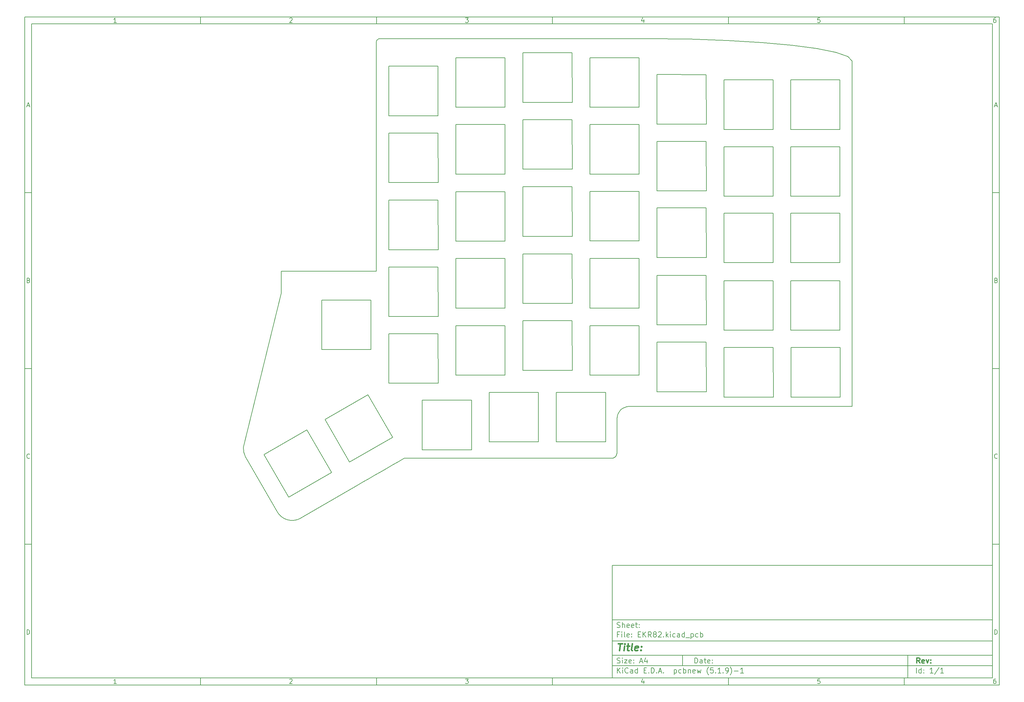
<source format=gbr>
G04 #@! TF.GenerationSoftware,KiCad,Pcbnew,(5.1.9)-1*
G04 #@! TF.CreationDate,2021-06-16T12:15:53+02:00*
G04 #@! TF.ProjectId,EKR82,454b5238-322e-46b6-9963-61645f706362,rev?*
G04 #@! TF.SameCoordinates,Original*
G04 #@! TF.FileFunction,Other,Fab,Bot*
%FSLAX46Y46*%
G04 Gerber Fmt 4.6, Leading zero omitted, Abs format (unit mm)*
G04 Created by KiCad (PCBNEW (5.1.9)-1) date 2021-06-16 12:15:53*
%MOMM*%
%LPD*%
G01*
G04 APERTURE LIST*
%ADD10C,0.100000*%
%ADD11C,0.150000*%
%ADD12C,0.300000*%
%ADD13C,0.400000*%
G04 #@! TA.AperFunction,Profile*
%ADD14C,0.150000*%
G04 #@! TD*
G04 #@! TA.AperFunction,Profile*
%ADD15C,0.200000*%
G04 #@! TD*
G04 APERTURE END LIST*
D10*
D11*
X177002200Y-166007200D02*
X177002200Y-198007200D01*
X285002200Y-198007200D01*
X285002200Y-166007200D01*
X177002200Y-166007200D01*
D10*
D11*
X10000000Y-10000000D02*
X10000000Y-200007200D01*
X287002200Y-200007200D01*
X287002200Y-10000000D01*
X10000000Y-10000000D01*
D10*
D11*
X12000000Y-12000000D02*
X12000000Y-198007200D01*
X285002200Y-198007200D01*
X285002200Y-12000000D01*
X12000000Y-12000000D01*
D10*
D11*
X60000000Y-12000000D02*
X60000000Y-10000000D01*
D10*
D11*
X110000000Y-12000000D02*
X110000000Y-10000000D01*
D10*
D11*
X160000000Y-12000000D02*
X160000000Y-10000000D01*
D10*
D11*
X210000000Y-12000000D02*
X210000000Y-10000000D01*
D10*
D11*
X260000000Y-12000000D02*
X260000000Y-10000000D01*
D10*
D11*
X36065476Y-11588095D02*
X35322619Y-11588095D01*
X35694047Y-11588095D02*
X35694047Y-10288095D01*
X35570238Y-10473809D01*
X35446428Y-10597619D01*
X35322619Y-10659523D01*
D10*
D11*
X85322619Y-10411904D02*
X85384523Y-10350000D01*
X85508333Y-10288095D01*
X85817857Y-10288095D01*
X85941666Y-10350000D01*
X86003571Y-10411904D01*
X86065476Y-10535714D01*
X86065476Y-10659523D01*
X86003571Y-10845238D01*
X85260714Y-11588095D01*
X86065476Y-11588095D01*
D10*
D11*
X135260714Y-10288095D02*
X136065476Y-10288095D01*
X135632142Y-10783333D01*
X135817857Y-10783333D01*
X135941666Y-10845238D01*
X136003571Y-10907142D01*
X136065476Y-11030952D01*
X136065476Y-11340476D01*
X136003571Y-11464285D01*
X135941666Y-11526190D01*
X135817857Y-11588095D01*
X135446428Y-11588095D01*
X135322619Y-11526190D01*
X135260714Y-11464285D01*
D10*
D11*
X185941666Y-10721428D02*
X185941666Y-11588095D01*
X185632142Y-10226190D02*
X185322619Y-11154761D01*
X186127380Y-11154761D01*
D10*
D11*
X236003571Y-10288095D02*
X235384523Y-10288095D01*
X235322619Y-10907142D01*
X235384523Y-10845238D01*
X235508333Y-10783333D01*
X235817857Y-10783333D01*
X235941666Y-10845238D01*
X236003571Y-10907142D01*
X236065476Y-11030952D01*
X236065476Y-11340476D01*
X236003571Y-11464285D01*
X235941666Y-11526190D01*
X235817857Y-11588095D01*
X235508333Y-11588095D01*
X235384523Y-11526190D01*
X235322619Y-11464285D01*
D10*
D11*
X285941666Y-10288095D02*
X285694047Y-10288095D01*
X285570238Y-10350000D01*
X285508333Y-10411904D01*
X285384523Y-10597619D01*
X285322619Y-10845238D01*
X285322619Y-11340476D01*
X285384523Y-11464285D01*
X285446428Y-11526190D01*
X285570238Y-11588095D01*
X285817857Y-11588095D01*
X285941666Y-11526190D01*
X286003571Y-11464285D01*
X286065476Y-11340476D01*
X286065476Y-11030952D01*
X286003571Y-10907142D01*
X285941666Y-10845238D01*
X285817857Y-10783333D01*
X285570238Y-10783333D01*
X285446428Y-10845238D01*
X285384523Y-10907142D01*
X285322619Y-11030952D01*
D10*
D11*
X60000000Y-198007200D02*
X60000000Y-200007200D01*
D10*
D11*
X110000000Y-198007200D02*
X110000000Y-200007200D01*
D10*
D11*
X160000000Y-198007200D02*
X160000000Y-200007200D01*
D10*
D11*
X210000000Y-198007200D02*
X210000000Y-200007200D01*
D10*
D11*
X260000000Y-198007200D02*
X260000000Y-200007200D01*
D10*
D11*
X36065476Y-199595295D02*
X35322619Y-199595295D01*
X35694047Y-199595295D02*
X35694047Y-198295295D01*
X35570238Y-198481009D01*
X35446428Y-198604819D01*
X35322619Y-198666723D01*
D10*
D11*
X85322619Y-198419104D02*
X85384523Y-198357200D01*
X85508333Y-198295295D01*
X85817857Y-198295295D01*
X85941666Y-198357200D01*
X86003571Y-198419104D01*
X86065476Y-198542914D01*
X86065476Y-198666723D01*
X86003571Y-198852438D01*
X85260714Y-199595295D01*
X86065476Y-199595295D01*
D10*
D11*
X135260714Y-198295295D02*
X136065476Y-198295295D01*
X135632142Y-198790533D01*
X135817857Y-198790533D01*
X135941666Y-198852438D01*
X136003571Y-198914342D01*
X136065476Y-199038152D01*
X136065476Y-199347676D01*
X136003571Y-199471485D01*
X135941666Y-199533390D01*
X135817857Y-199595295D01*
X135446428Y-199595295D01*
X135322619Y-199533390D01*
X135260714Y-199471485D01*
D10*
D11*
X185941666Y-198728628D02*
X185941666Y-199595295D01*
X185632142Y-198233390D02*
X185322619Y-199161961D01*
X186127380Y-199161961D01*
D10*
D11*
X236003571Y-198295295D02*
X235384523Y-198295295D01*
X235322619Y-198914342D01*
X235384523Y-198852438D01*
X235508333Y-198790533D01*
X235817857Y-198790533D01*
X235941666Y-198852438D01*
X236003571Y-198914342D01*
X236065476Y-199038152D01*
X236065476Y-199347676D01*
X236003571Y-199471485D01*
X235941666Y-199533390D01*
X235817857Y-199595295D01*
X235508333Y-199595295D01*
X235384523Y-199533390D01*
X235322619Y-199471485D01*
D10*
D11*
X285941666Y-198295295D02*
X285694047Y-198295295D01*
X285570238Y-198357200D01*
X285508333Y-198419104D01*
X285384523Y-198604819D01*
X285322619Y-198852438D01*
X285322619Y-199347676D01*
X285384523Y-199471485D01*
X285446428Y-199533390D01*
X285570238Y-199595295D01*
X285817857Y-199595295D01*
X285941666Y-199533390D01*
X286003571Y-199471485D01*
X286065476Y-199347676D01*
X286065476Y-199038152D01*
X286003571Y-198914342D01*
X285941666Y-198852438D01*
X285817857Y-198790533D01*
X285570238Y-198790533D01*
X285446428Y-198852438D01*
X285384523Y-198914342D01*
X285322619Y-199038152D01*
D10*
D11*
X10000000Y-60000000D02*
X12000000Y-60000000D01*
D10*
D11*
X10000000Y-110000000D02*
X12000000Y-110000000D01*
D10*
D11*
X10000000Y-160000000D02*
X12000000Y-160000000D01*
D10*
D11*
X10690476Y-35216666D02*
X11309523Y-35216666D01*
X10566666Y-35588095D02*
X11000000Y-34288095D01*
X11433333Y-35588095D01*
D10*
D11*
X11092857Y-84907142D02*
X11278571Y-84969047D01*
X11340476Y-85030952D01*
X11402380Y-85154761D01*
X11402380Y-85340476D01*
X11340476Y-85464285D01*
X11278571Y-85526190D01*
X11154761Y-85588095D01*
X10659523Y-85588095D01*
X10659523Y-84288095D01*
X11092857Y-84288095D01*
X11216666Y-84350000D01*
X11278571Y-84411904D01*
X11340476Y-84535714D01*
X11340476Y-84659523D01*
X11278571Y-84783333D01*
X11216666Y-84845238D01*
X11092857Y-84907142D01*
X10659523Y-84907142D01*
D10*
D11*
X11402380Y-135464285D02*
X11340476Y-135526190D01*
X11154761Y-135588095D01*
X11030952Y-135588095D01*
X10845238Y-135526190D01*
X10721428Y-135402380D01*
X10659523Y-135278571D01*
X10597619Y-135030952D01*
X10597619Y-134845238D01*
X10659523Y-134597619D01*
X10721428Y-134473809D01*
X10845238Y-134350000D01*
X11030952Y-134288095D01*
X11154761Y-134288095D01*
X11340476Y-134350000D01*
X11402380Y-134411904D01*
D10*
D11*
X10659523Y-185588095D02*
X10659523Y-184288095D01*
X10969047Y-184288095D01*
X11154761Y-184350000D01*
X11278571Y-184473809D01*
X11340476Y-184597619D01*
X11402380Y-184845238D01*
X11402380Y-185030952D01*
X11340476Y-185278571D01*
X11278571Y-185402380D01*
X11154761Y-185526190D01*
X10969047Y-185588095D01*
X10659523Y-185588095D01*
D10*
D11*
X287002200Y-60000000D02*
X285002200Y-60000000D01*
D10*
D11*
X287002200Y-110000000D02*
X285002200Y-110000000D01*
D10*
D11*
X287002200Y-160000000D02*
X285002200Y-160000000D01*
D10*
D11*
X285692676Y-35216666D02*
X286311723Y-35216666D01*
X285568866Y-35588095D02*
X286002200Y-34288095D01*
X286435533Y-35588095D01*
D10*
D11*
X286095057Y-84907142D02*
X286280771Y-84969047D01*
X286342676Y-85030952D01*
X286404580Y-85154761D01*
X286404580Y-85340476D01*
X286342676Y-85464285D01*
X286280771Y-85526190D01*
X286156961Y-85588095D01*
X285661723Y-85588095D01*
X285661723Y-84288095D01*
X286095057Y-84288095D01*
X286218866Y-84350000D01*
X286280771Y-84411904D01*
X286342676Y-84535714D01*
X286342676Y-84659523D01*
X286280771Y-84783333D01*
X286218866Y-84845238D01*
X286095057Y-84907142D01*
X285661723Y-84907142D01*
D10*
D11*
X286404580Y-135464285D02*
X286342676Y-135526190D01*
X286156961Y-135588095D01*
X286033152Y-135588095D01*
X285847438Y-135526190D01*
X285723628Y-135402380D01*
X285661723Y-135278571D01*
X285599819Y-135030952D01*
X285599819Y-134845238D01*
X285661723Y-134597619D01*
X285723628Y-134473809D01*
X285847438Y-134350000D01*
X286033152Y-134288095D01*
X286156961Y-134288095D01*
X286342676Y-134350000D01*
X286404580Y-134411904D01*
D10*
D11*
X285661723Y-185588095D02*
X285661723Y-184288095D01*
X285971247Y-184288095D01*
X286156961Y-184350000D01*
X286280771Y-184473809D01*
X286342676Y-184597619D01*
X286404580Y-184845238D01*
X286404580Y-185030952D01*
X286342676Y-185278571D01*
X286280771Y-185402380D01*
X286156961Y-185526190D01*
X285971247Y-185588095D01*
X285661723Y-185588095D01*
D10*
D11*
X200434342Y-193785771D02*
X200434342Y-192285771D01*
X200791485Y-192285771D01*
X201005771Y-192357200D01*
X201148628Y-192500057D01*
X201220057Y-192642914D01*
X201291485Y-192928628D01*
X201291485Y-193142914D01*
X201220057Y-193428628D01*
X201148628Y-193571485D01*
X201005771Y-193714342D01*
X200791485Y-193785771D01*
X200434342Y-193785771D01*
X202577200Y-193785771D02*
X202577200Y-193000057D01*
X202505771Y-192857200D01*
X202362914Y-192785771D01*
X202077200Y-192785771D01*
X201934342Y-192857200D01*
X202577200Y-193714342D02*
X202434342Y-193785771D01*
X202077200Y-193785771D01*
X201934342Y-193714342D01*
X201862914Y-193571485D01*
X201862914Y-193428628D01*
X201934342Y-193285771D01*
X202077200Y-193214342D01*
X202434342Y-193214342D01*
X202577200Y-193142914D01*
X203077200Y-192785771D02*
X203648628Y-192785771D01*
X203291485Y-192285771D02*
X203291485Y-193571485D01*
X203362914Y-193714342D01*
X203505771Y-193785771D01*
X203648628Y-193785771D01*
X204720057Y-193714342D02*
X204577200Y-193785771D01*
X204291485Y-193785771D01*
X204148628Y-193714342D01*
X204077200Y-193571485D01*
X204077200Y-193000057D01*
X204148628Y-192857200D01*
X204291485Y-192785771D01*
X204577200Y-192785771D01*
X204720057Y-192857200D01*
X204791485Y-193000057D01*
X204791485Y-193142914D01*
X204077200Y-193285771D01*
X205434342Y-193642914D02*
X205505771Y-193714342D01*
X205434342Y-193785771D01*
X205362914Y-193714342D01*
X205434342Y-193642914D01*
X205434342Y-193785771D01*
X205434342Y-192857200D02*
X205505771Y-192928628D01*
X205434342Y-193000057D01*
X205362914Y-192928628D01*
X205434342Y-192857200D01*
X205434342Y-193000057D01*
D10*
D11*
X177002200Y-194507200D02*
X285002200Y-194507200D01*
D10*
D11*
X178434342Y-196585771D02*
X178434342Y-195085771D01*
X179291485Y-196585771D02*
X178648628Y-195728628D01*
X179291485Y-195085771D02*
X178434342Y-195942914D01*
X179934342Y-196585771D02*
X179934342Y-195585771D01*
X179934342Y-195085771D02*
X179862914Y-195157200D01*
X179934342Y-195228628D01*
X180005771Y-195157200D01*
X179934342Y-195085771D01*
X179934342Y-195228628D01*
X181505771Y-196442914D02*
X181434342Y-196514342D01*
X181220057Y-196585771D01*
X181077200Y-196585771D01*
X180862914Y-196514342D01*
X180720057Y-196371485D01*
X180648628Y-196228628D01*
X180577200Y-195942914D01*
X180577200Y-195728628D01*
X180648628Y-195442914D01*
X180720057Y-195300057D01*
X180862914Y-195157200D01*
X181077200Y-195085771D01*
X181220057Y-195085771D01*
X181434342Y-195157200D01*
X181505771Y-195228628D01*
X182791485Y-196585771D02*
X182791485Y-195800057D01*
X182720057Y-195657200D01*
X182577200Y-195585771D01*
X182291485Y-195585771D01*
X182148628Y-195657200D01*
X182791485Y-196514342D02*
X182648628Y-196585771D01*
X182291485Y-196585771D01*
X182148628Y-196514342D01*
X182077200Y-196371485D01*
X182077200Y-196228628D01*
X182148628Y-196085771D01*
X182291485Y-196014342D01*
X182648628Y-196014342D01*
X182791485Y-195942914D01*
X184148628Y-196585771D02*
X184148628Y-195085771D01*
X184148628Y-196514342D02*
X184005771Y-196585771D01*
X183720057Y-196585771D01*
X183577200Y-196514342D01*
X183505771Y-196442914D01*
X183434342Y-196300057D01*
X183434342Y-195871485D01*
X183505771Y-195728628D01*
X183577200Y-195657200D01*
X183720057Y-195585771D01*
X184005771Y-195585771D01*
X184148628Y-195657200D01*
X186005771Y-195800057D02*
X186505771Y-195800057D01*
X186720057Y-196585771D02*
X186005771Y-196585771D01*
X186005771Y-195085771D01*
X186720057Y-195085771D01*
X187362914Y-196442914D02*
X187434342Y-196514342D01*
X187362914Y-196585771D01*
X187291485Y-196514342D01*
X187362914Y-196442914D01*
X187362914Y-196585771D01*
X188077200Y-196585771D02*
X188077200Y-195085771D01*
X188434342Y-195085771D01*
X188648628Y-195157200D01*
X188791485Y-195300057D01*
X188862914Y-195442914D01*
X188934342Y-195728628D01*
X188934342Y-195942914D01*
X188862914Y-196228628D01*
X188791485Y-196371485D01*
X188648628Y-196514342D01*
X188434342Y-196585771D01*
X188077200Y-196585771D01*
X189577200Y-196442914D02*
X189648628Y-196514342D01*
X189577200Y-196585771D01*
X189505771Y-196514342D01*
X189577200Y-196442914D01*
X189577200Y-196585771D01*
X190220057Y-196157200D02*
X190934342Y-196157200D01*
X190077200Y-196585771D02*
X190577200Y-195085771D01*
X191077200Y-196585771D01*
X191577200Y-196442914D02*
X191648628Y-196514342D01*
X191577200Y-196585771D01*
X191505771Y-196514342D01*
X191577200Y-196442914D01*
X191577200Y-196585771D01*
X194577200Y-195585771D02*
X194577200Y-197085771D01*
X194577200Y-195657200D02*
X194720057Y-195585771D01*
X195005771Y-195585771D01*
X195148628Y-195657200D01*
X195220057Y-195728628D01*
X195291485Y-195871485D01*
X195291485Y-196300057D01*
X195220057Y-196442914D01*
X195148628Y-196514342D01*
X195005771Y-196585771D01*
X194720057Y-196585771D01*
X194577200Y-196514342D01*
X196577200Y-196514342D02*
X196434342Y-196585771D01*
X196148628Y-196585771D01*
X196005771Y-196514342D01*
X195934342Y-196442914D01*
X195862914Y-196300057D01*
X195862914Y-195871485D01*
X195934342Y-195728628D01*
X196005771Y-195657200D01*
X196148628Y-195585771D01*
X196434342Y-195585771D01*
X196577200Y-195657200D01*
X197220057Y-196585771D02*
X197220057Y-195085771D01*
X197220057Y-195657200D02*
X197362914Y-195585771D01*
X197648628Y-195585771D01*
X197791485Y-195657200D01*
X197862914Y-195728628D01*
X197934342Y-195871485D01*
X197934342Y-196300057D01*
X197862914Y-196442914D01*
X197791485Y-196514342D01*
X197648628Y-196585771D01*
X197362914Y-196585771D01*
X197220057Y-196514342D01*
X198577200Y-195585771D02*
X198577200Y-196585771D01*
X198577200Y-195728628D02*
X198648628Y-195657200D01*
X198791485Y-195585771D01*
X199005771Y-195585771D01*
X199148628Y-195657200D01*
X199220057Y-195800057D01*
X199220057Y-196585771D01*
X200505771Y-196514342D02*
X200362914Y-196585771D01*
X200077200Y-196585771D01*
X199934342Y-196514342D01*
X199862914Y-196371485D01*
X199862914Y-195800057D01*
X199934342Y-195657200D01*
X200077200Y-195585771D01*
X200362914Y-195585771D01*
X200505771Y-195657200D01*
X200577200Y-195800057D01*
X200577200Y-195942914D01*
X199862914Y-196085771D01*
X201077200Y-195585771D02*
X201362914Y-196585771D01*
X201648628Y-195871485D01*
X201934342Y-196585771D01*
X202220057Y-195585771D01*
X204362914Y-197157200D02*
X204291485Y-197085771D01*
X204148628Y-196871485D01*
X204077200Y-196728628D01*
X204005771Y-196514342D01*
X203934342Y-196157200D01*
X203934342Y-195871485D01*
X204005771Y-195514342D01*
X204077200Y-195300057D01*
X204148628Y-195157200D01*
X204291485Y-194942914D01*
X204362914Y-194871485D01*
X205648628Y-195085771D02*
X204934342Y-195085771D01*
X204862914Y-195800057D01*
X204934342Y-195728628D01*
X205077200Y-195657200D01*
X205434342Y-195657200D01*
X205577200Y-195728628D01*
X205648628Y-195800057D01*
X205720057Y-195942914D01*
X205720057Y-196300057D01*
X205648628Y-196442914D01*
X205577200Y-196514342D01*
X205434342Y-196585771D01*
X205077200Y-196585771D01*
X204934342Y-196514342D01*
X204862914Y-196442914D01*
X206362914Y-196442914D02*
X206434342Y-196514342D01*
X206362914Y-196585771D01*
X206291485Y-196514342D01*
X206362914Y-196442914D01*
X206362914Y-196585771D01*
X207862914Y-196585771D02*
X207005771Y-196585771D01*
X207434342Y-196585771D02*
X207434342Y-195085771D01*
X207291485Y-195300057D01*
X207148628Y-195442914D01*
X207005771Y-195514342D01*
X208505771Y-196442914D02*
X208577200Y-196514342D01*
X208505771Y-196585771D01*
X208434342Y-196514342D01*
X208505771Y-196442914D01*
X208505771Y-196585771D01*
X209291485Y-196585771D02*
X209577200Y-196585771D01*
X209720057Y-196514342D01*
X209791485Y-196442914D01*
X209934342Y-196228628D01*
X210005771Y-195942914D01*
X210005771Y-195371485D01*
X209934342Y-195228628D01*
X209862914Y-195157200D01*
X209720057Y-195085771D01*
X209434342Y-195085771D01*
X209291485Y-195157200D01*
X209220057Y-195228628D01*
X209148628Y-195371485D01*
X209148628Y-195728628D01*
X209220057Y-195871485D01*
X209291485Y-195942914D01*
X209434342Y-196014342D01*
X209720057Y-196014342D01*
X209862914Y-195942914D01*
X209934342Y-195871485D01*
X210005771Y-195728628D01*
X210505771Y-197157200D02*
X210577200Y-197085771D01*
X210720057Y-196871485D01*
X210791485Y-196728628D01*
X210862914Y-196514342D01*
X210934342Y-196157200D01*
X210934342Y-195871485D01*
X210862914Y-195514342D01*
X210791485Y-195300057D01*
X210720057Y-195157200D01*
X210577200Y-194942914D01*
X210505771Y-194871485D01*
X211648628Y-196014342D02*
X212791485Y-196014342D01*
X214291485Y-196585771D02*
X213434342Y-196585771D01*
X213862914Y-196585771D02*
X213862914Y-195085771D01*
X213720057Y-195300057D01*
X213577200Y-195442914D01*
X213434342Y-195514342D01*
D10*
D11*
X177002200Y-191507200D02*
X285002200Y-191507200D01*
D10*
D12*
X264411485Y-193785771D02*
X263911485Y-193071485D01*
X263554342Y-193785771D02*
X263554342Y-192285771D01*
X264125771Y-192285771D01*
X264268628Y-192357200D01*
X264340057Y-192428628D01*
X264411485Y-192571485D01*
X264411485Y-192785771D01*
X264340057Y-192928628D01*
X264268628Y-193000057D01*
X264125771Y-193071485D01*
X263554342Y-193071485D01*
X265625771Y-193714342D02*
X265482914Y-193785771D01*
X265197200Y-193785771D01*
X265054342Y-193714342D01*
X264982914Y-193571485D01*
X264982914Y-193000057D01*
X265054342Y-192857200D01*
X265197200Y-192785771D01*
X265482914Y-192785771D01*
X265625771Y-192857200D01*
X265697200Y-193000057D01*
X265697200Y-193142914D01*
X264982914Y-193285771D01*
X266197200Y-192785771D02*
X266554342Y-193785771D01*
X266911485Y-192785771D01*
X267482914Y-193642914D02*
X267554342Y-193714342D01*
X267482914Y-193785771D01*
X267411485Y-193714342D01*
X267482914Y-193642914D01*
X267482914Y-193785771D01*
X267482914Y-192857200D02*
X267554342Y-192928628D01*
X267482914Y-193000057D01*
X267411485Y-192928628D01*
X267482914Y-192857200D01*
X267482914Y-193000057D01*
D10*
D11*
X178362914Y-193714342D02*
X178577200Y-193785771D01*
X178934342Y-193785771D01*
X179077200Y-193714342D01*
X179148628Y-193642914D01*
X179220057Y-193500057D01*
X179220057Y-193357200D01*
X179148628Y-193214342D01*
X179077200Y-193142914D01*
X178934342Y-193071485D01*
X178648628Y-193000057D01*
X178505771Y-192928628D01*
X178434342Y-192857200D01*
X178362914Y-192714342D01*
X178362914Y-192571485D01*
X178434342Y-192428628D01*
X178505771Y-192357200D01*
X178648628Y-192285771D01*
X179005771Y-192285771D01*
X179220057Y-192357200D01*
X179862914Y-193785771D02*
X179862914Y-192785771D01*
X179862914Y-192285771D02*
X179791485Y-192357200D01*
X179862914Y-192428628D01*
X179934342Y-192357200D01*
X179862914Y-192285771D01*
X179862914Y-192428628D01*
X180434342Y-192785771D02*
X181220057Y-192785771D01*
X180434342Y-193785771D01*
X181220057Y-193785771D01*
X182362914Y-193714342D02*
X182220057Y-193785771D01*
X181934342Y-193785771D01*
X181791485Y-193714342D01*
X181720057Y-193571485D01*
X181720057Y-193000057D01*
X181791485Y-192857200D01*
X181934342Y-192785771D01*
X182220057Y-192785771D01*
X182362914Y-192857200D01*
X182434342Y-193000057D01*
X182434342Y-193142914D01*
X181720057Y-193285771D01*
X183077200Y-193642914D02*
X183148628Y-193714342D01*
X183077200Y-193785771D01*
X183005771Y-193714342D01*
X183077200Y-193642914D01*
X183077200Y-193785771D01*
X183077200Y-192857200D02*
X183148628Y-192928628D01*
X183077200Y-193000057D01*
X183005771Y-192928628D01*
X183077200Y-192857200D01*
X183077200Y-193000057D01*
X184862914Y-193357200D02*
X185577200Y-193357200D01*
X184720057Y-193785771D02*
X185220057Y-192285771D01*
X185720057Y-193785771D01*
X186862914Y-192785771D02*
X186862914Y-193785771D01*
X186505771Y-192214342D02*
X186148628Y-193285771D01*
X187077200Y-193285771D01*
D10*
D11*
X263434342Y-196585771D02*
X263434342Y-195085771D01*
X264791485Y-196585771D02*
X264791485Y-195085771D01*
X264791485Y-196514342D02*
X264648628Y-196585771D01*
X264362914Y-196585771D01*
X264220057Y-196514342D01*
X264148628Y-196442914D01*
X264077200Y-196300057D01*
X264077200Y-195871485D01*
X264148628Y-195728628D01*
X264220057Y-195657200D01*
X264362914Y-195585771D01*
X264648628Y-195585771D01*
X264791485Y-195657200D01*
X265505771Y-196442914D02*
X265577200Y-196514342D01*
X265505771Y-196585771D01*
X265434342Y-196514342D01*
X265505771Y-196442914D01*
X265505771Y-196585771D01*
X265505771Y-195657200D02*
X265577200Y-195728628D01*
X265505771Y-195800057D01*
X265434342Y-195728628D01*
X265505771Y-195657200D01*
X265505771Y-195800057D01*
X268148628Y-196585771D02*
X267291485Y-196585771D01*
X267720057Y-196585771D02*
X267720057Y-195085771D01*
X267577200Y-195300057D01*
X267434342Y-195442914D01*
X267291485Y-195514342D01*
X269862914Y-195014342D02*
X268577200Y-196942914D01*
X271148628Y-196585771D02*
X270291485Y-196585771D01*
X270720057Y-196585771D02*
X270720057Y-195085771D01*
X270577200Y-195300057D01*
X270434342Y-195442914D01*
X270291485Y-195514342D01*
D10*
D11*
X177002200Y-187507200D02*
X285002200Y-187507200D01*
D10*
D13*
X178714580Y-188211961D02*
X179857438Y-188211961D01*
X179036009Y-190211961D02*
X179286009Y-188211961D01*
X180274104Y-190211961D02*
X180440771Y-188878628D01*
X180524104Y-188211961D02*
X180416961Y-188307200D01*
X180500295Y-188402438D01*
X180607438Y-188307200D01*
X180524104Y-188211961D01*
X180500295Y-188402438D01*
X181107438Y-188878628D02*
X181869342Y-188878628D01*
X181476485Y-188211961D02*
X181262200Y-189926247D01*
X181333628Y-190116723D01*
X181512200Y-190211961D01*
X181702676Y-190211961D01*
X182655057Y-190211961D02*
X182476485Y-190116723D01*
X182405057Y-189926247D01*
X182619342Y-188211961D01*
X184190771Y-190116723D02*
X183988390Y-190211961D01*
X183607438Y-190211961D01*
X183428866Y-190116723D01*
X183357438Y-189926247D01*
X183452676Y-189164342D01*
X183571723Y-188973866D01*
X183774104Y-188878628D01*
X184155057Y-188878628D01*
X184333628Y-188973866D01*
X184405057Y-189164342D01*
X184381247Y-189354819D01*
X183405057Y-189545295D01*
X185155057Y-190021485D02*
X185238390Y-190116723D01*
X185131247Y-190211961D01*
X185047914Y-190116723D01*
X185155057Y-190021485D01*
X185131247Y-190211961D01*
X185286009Y-188973866D02*
X185369342Y-189069104D01*
X185262200Y-189164342D01*
X185178866Y-189069104D01*
X185286009Y-188973866D01*
X185262200Y-189164342D01*
D10*
D11*
X178934342Y-185600057D02*
X178434342Y-185600057D01*
X178434342Y-186385771D02*
X178434342Y-184885771D01*
X179148628Y-184885771D01*
X179720057Y-186385771D02*
X179720057Y-185385771D01*
X179720057Y-184885771D02*
X179648628Y-184957200D01*
X179720057Y-185028628D01*
X179791485Y-184957200D01*
X179720057Y-184885771D01*
X179720057Y-185028628D01*
X180648628Y-186385771D02*
X180505771Y-186314342D01*
X180434342Y-186171485D01*
X180434342Y-184885771D01*
X181791485Y-186314342D02*
X181648628Y-186385771D01*
X181362914Y-186385771D01*
X181220057Y-186314342D01*
X181148628Y-186171485D01*
X181148628Y-185600057D01*
X181220057Y-185457200D01*
X181362914Y-185385771D01*
X181648628Y-185385771D01*
X181791485Y-185457200D01*
X181862914Y-185600057D01*
X181862914Y-185742914D01*
X181148628Y-185885771D01*
X182505771Y-186242914D02*
X182577200Y-186314342D01*
X182505771Y-186385771D01*
X182434342Y-186314342D01*
X182505771Y-186242914D01*
X182505771Y-186385771D01*
X182505771Y-185457200D02*
X182577200Y-185528628D01*
X182505771Y-185600057D01*
X182434342Y-185528628D01*
X182505771Y-185457200D01*
X182505771Y-185600057D01*
X184362914Y-185600057D02*
X184862914Y-185600057D01*
X185077200Y-186385771D02*
X184362914Y-186385771D01*
X184362914Y-184885771D01*
X185077200Y-184885771D01*
X185720057Y-186385771D02*
X185720057Y-184885771D01*
X186577200Y-186385771D02*
X185934342Y-185528628D01*
X186577200Y-184885771D02*
X185720057Y-185742914D01*
X188077200Y-186385771D02*
X187577200Y-185671485D01*
X187220057Y-186385771D02*
X187220057Y-184885771D01*
X187791485Y-184885771D01*
X187934342Y-184957200D01*
X188005771Y-185028628D01*
X188077200Y-185171485D01*
X188077200Y-185385771D01*
X188005771Y-185528628D01*
X187934342Y-185600057D01*
X187791485Y-185671485D01*
X187220057Y-185671485D01*
X188934342Y-185528628D02*
X188791485Y-185457200D01*
X188720057Y-185385771D01*
X188648628Y-185242914D01*
X188648628Y-185171485D01*
X188720057Y-185028628D01*
X188791485Y-184957200D01*
X188934342Y-184885771D01*
X189220057Y-184885771D01*
X189362914Y-184957200D01*
X189434342Y-185028628D01*
X189505771Y-185171485D01*
X189505771Y-185242914D01*
X189434342Y-185385771D01*
X189362914Y-185457200D01*
X189220057Y-185528628D01*
X188934342Y-185528628D01*
X188791485Y-185600057D01*
X188720057Y-185671485D01*
X188648628Y-185814342D01*
X188648628Y-186100057D01*
X188720057Y-186242914D01*
X188791485Y-186314342D01*
X188934342Y-186385771D01*
X189220057Y-186385771D01*
X189362914Y-186314342D01*
X189434342Y-186242914D01*
X189505771Y-186100057D01*
X189505771Y-185814342D01*
X189434342Y-185671485D01*
X189362914Y-185600057D01*
X189220057Y-185528628D01*
X190077200Y-185028628D02*
X190148628Y-184957200D01*
X190291485Y-184885771D01*
X190648628Y-184885771D01*
X190791485Y-184957200D01*
X190862914Y-185028628D01*
X190934342Y-185171485D01*
X190934342Y-185314342D01*
X190862914Y-185528628D01*
X190005771Y-186385771D01*
X190934342Y-186385771D01*
X191577200Y-186242914D02*
X191648628Y-186314342D01*
X191577200Y-186385771D01*
X191505771Y-186314342D01*
X191577200Y-186242914D01*
X191577200Y-186385771D01*
X192291485Y-186385771D02*
X192291485Y-184885771D01*
X192434342Y-185814342D02*
X192862914Y-186385771D01*
X192862914Y-185385771D02*
X192291485Y-185957200D01*
X193505771Y-186385771D02*
X193505771Y-185385771D01*
X193505771Y-184885771D02*
X193434342Y-184957200D01*
X193505771Y-185028628D01*
X193577200Y-184957200D01*
X193505771Y-184885771D01*
X193505771Y-185028628D01*
X194862914Y-186314342D02*
X194720057Y-186385771D01*
X194434342Y-186385771D01*
X194291485Y-186314342D01*
X194220057Y-186242914D01*
X194148628Y-186100057D01*
X194148628Y-185671485D01*
X194220057Y-185528628D01*
X194291485Y-185457200D01*
X194434342Y-185385771D01*
X194720057Y-185385771D01*
X194862914Y-185457200D01*
X196148628Y-186385771D02*
X196148628Y-185600057D01*
X196077200Y-185457200D01*
X195934342Y-185385771D01*
X195648628Y-185385771D01*
X195505771Y-185457200D01*
X196148628Y-186314342D02*
X196005771Y-186385771D01*
X195648628Y-186385771D01*
X195505771Y-186314342D01*
X195434342Y-186171485D01*
X195434342Y-186028628D01*
X195505771Y-185885771D01*
X195648628Y-185814342D01*
X196005771Y-185814342D01*
X196148628Y-185742914D01*
X197505771Y-186385771D02*
X197505771Y-184885771D01*
X197505771Y-186314342D02*
X197362914Y-186385771D01*
X197077200Y-186385771D01*
X196934342Y-186314342D01*
X196862914Y-186242914D01*
X196791485Y-186100057D01*
X196791485Y-185671485D01*
X196862914Y-185528628D01*
X196934342Y-185457200D01*
X197077200Y-185385771D01*
X197362914Y-185385771D01*
X197505771Y-185457200D01*
X197862914Y-186528628D02*
X199005771Y-186528628D01*
X199362914Y-185385771D02*
X199362914Y-186885771D01*
X199362914Y-185457200D02*
X199505771Y-185385771D01*
X199791485Y-185385771D01*
X199934342Y-185457200D01*
X200005771Y-185528628D01*
X200077200Y-185671485D01*
X200077200Y-186100057D01*
X200005771Y-186242914D01*
X199934342Y-186314342D01*
X199791485Y-186385771D01*
X199505771Y-186385771D01*
X199362914Y-186314342D01*
X201362914Y-186314342D02*
X201220057Y-186385771D01*
X200934342Y-186385771D01*
X200791485Y-186314342D01*
X200720057Y-186242914D01*
X200648628Y-186100057D01*
X200648628Y-185671485D01*
X200720057Y-185528628D01*
X200791485Y-185457200D01*
X200934342Y-185385771D01*
X201220057Y-185385771D01*
X201362914Y-185457200D01*
X202005771Y-186385771D02*
X202005771Y-184885771D01*
X202005771Y-185457200D02*
X202148628Y-185385771D01*
X202434342Y-185385771D01*
X202577200Y-185457200D01*
X202648628Y-185528628D01*
X202720057Y-185671485D01*
X202720057Y-186100057D01*
X202648628Y-186242914D01*
X202577200Y-186314342D01*
X202434342Y-186385771D01*
X202148628Y-186385771D01*
X202005771Y-186314342D01*
D10*
D11*
X177002200Y-181507200D02*
X285002200Y-181507200D01*
D10*
D11*
X178362914Y-183614342D02*
X178577200Y-183685771D01*
X178934342Y-183685771D01*
X179077200Y-183614342D01*
X179148628Y-183542914D01*
X179220057Y-183400057D01*
X179220057Y-183257200D01*
X179148628Y-183114342D01*
X179077200Y-183042914D01*
X178934342Y-182971485D01*
X178648628Y-182900057D01*
X178505771Y-182828628D01*
X178434342Y-182757200D01*
X178362914Y-182614342D01*
X178362914Y-182471485D01*
X178434342Y-182328628D01*
X178505771Y-182257200D01*
X178648628Y-182185771D01*
X179005771Y-182185771D01*
X179220057Y-182257200D01*
X179862914Y-183685771D02*
X179862914Y-182185771D01*
X180505771Y-183685771D02*
X180505771Y-182900057D01*
X180434342Y-182757200D01*
X180291485Y-182685771D01*
X180077200Y-182685771D01*
X179934342Y-182757200D01*
X179862914Y-182828628D01*
X181791485Y-183614342D02*
X181648628Y-183685771D01*
X181362914Y-183685771D01*
X181220057Y-183614342D01*
X181148628Y-183471485D01*
X181148628Y-182900057D01*
X181220057Y-182757200D01*
X181362914Y-182685771D01*
X181648628Y-182685771D01*
X181791485Y-182757200D01*
X181862914Y-182900057D01*
X181862914Y-183042914D01*
X181148628Y-183185771D01*
X183077200Y-183614342D02*
X182934342Y-183685771D01*
X182648628Y-183685771D01*
X182505771Y-183614342D01*
X182434342Y-183471485D01*
X182434342Y-182900057D01*
X182505771Y-182757200D01*
X182648628Y-182685771D01*
X182934342Y-182685771D01*
X183077200Y-182757200D01*
X183148628Y-182900057D01*
X183148628Y-183042914D01*
X182434342Y-183185771D01*
X183577200Y-182685771D02*
X184148628Y-182685771D01*
X183791485Y-182185771D02*
X183791485Y-183471485D01*
X183862914Y-183614342D01*
X184005771Y-183685771D01*
X184148628Y-183685771D01*
X184648628Y-183542914D02*
X184720057Y-183614342D01*
X184648628Y-183685771D01*
X184577200Y-183614342D01*
X184648628Y-183542914D01*
X184648628Y-183685771D01*
X184648628Y-182757200D02*
X184720057Y-182828628D01*
X184648628Y-182900057D01*
X184577200Y-182828628D01*
X184648628Y-182757200D01*
X184648628Y-182900057D01*
D10*
D11*
X197002200Y-191507200D02*
X197002200Y-194507200D01*
D10*
D11*
X261002200Y-191507200D02*
X261002200Y-198007200D01*
D14*
X82937528Y-82285296D02*
X109898210Y-82285296D01*
X72674503Y-134960305D02*
G75*
G02*
X72175000Y-132325000I4376397J2194505D01*
G01*
X88345583Y-152620389D02*
G75*
G02*
X81699101Y-150634699I-2328483J4322489D01*
G01*
X72674503Y-134960305D02*
X81699101Y-150634699D01*
X104456758Y-143271756D02*
X88345583Y-152620389D01*
X245120000Y-120789735D02*
X245120000Y-22546755D01*
X223959999Y-120789735D02*
X245120000Y-120789735D01*
X109898210Y-36780000D02*
X109898210Y-17246762D01*
X109898210Y-82285296D02*
X109898210Y-36780000D01*
D15*
X240549319Y-20073847D02*
X235185697Y-18995159D01*
X235185697Y-18995159D02*
X228080758Y-18055561D01*
X116186619Y-136480784D02*
X117862313Y-135510645D01*
X114510925Y-137450923D02*
X116186619Y-136480784D01*
X142171711Y-16196762D02*
X131763877Y-16196762D01*
X218692418Y-120789735D02*
X223959999Y-120789735D01*
X213424836Y-120789735D02*
X218692418Y-120789735D01*
X208157255Y-120789735D02*
X213424836Y-120789735D01*
X202889673Y-120789735D02*
X208157255Y-120789735D01*
X197622092Y-120789735D02*
X202889673Y-120789735D01*
X192354511Y-120789735D02*
X197622092Y-120789735D01*
X187086929Y-120789735D02*
X192354511Y-120789735D01*
X181819348Y-120789735D02*
X187086929Y-120789735D01*
X181113524Y-120860778D02*
X181819348Y-120789735D01*
X180456326Y-121064561D02*
X181113524Y-120860778D01*
X179861773Y-121387065D02*
X180456326Y-121064561D01*
X179343884Y-121814271D02*
X179861773Y-121387065D01*
X178916678Y-122332160D02*
X179343884Y-121814271D01*
X178594174Y-122926713D02*
X178916678Y-122332160D01*
X178390391Y-123583911D02*
X178594174Y-122926713D01*
X178319348Y-124289735D02*
X178390391Y-123583911D01*
X219467654Y-17280488D02*
X209579538Y-16695374D01*
X228080758Y-18055561D02*
X219467654Y-17280488D01*
X198649563Y-16325654D02*
X186910881Y-16196762D01*
X209579538Y-16695374D02*
X198649563Y-16325654D01*
X177658308Y-135255660D02*
X177403500Y-135393876D01*
X177880261Y-135072571D02*
X177658308Y-135255660D01*
X178063349Y-134850619D02*
X177880261Y-135072571D01*
X178201565Y-134595810D02*
X178063349Y-134850619D01*
X178288901Y-134314154D02*
X178201565Y-134595810D01*
X178319348Y-134034052D02*
X178288901Y-134314154D01*
X82937528Y-88592229D02*
X82937528Y-82285296D01*
X131763877Y-16196762D02*
X121356044Y-16196762D01*
X152579545Y-16196762D02*
X142171711Y-16196762D01*
X162987379Y-16196762D02*
X152579545Y-16196762D01*
X173395213Y-16196762D02*
X162987379Y-16196762D01*
X186910881Y-16196762D02*
X173395213Y-16196762D01*
X110360937Y-16375961D02*
X110539303Y-16279210D01*
X110205570Y-16504123D02*
X110360937Y-16375961D01*
X110077409Y-16659489D02*
X110205570Y-16504123D01*
X109980657Y-16837855D02*
X110077409Y-16659489D01*
X109919523Y-17035015D02*
X109980657Y-16837855D01*
X109898210Y-17246762D02*
X109919523Y-17035015D01*
X110736462Y-16218075D02*
X110948210Y-16196762D01*
X110539303Y-16279210D02*
X110736462Y-16218075D01*
X121356044Y-16196762D02*
X110948210Y-16196762D01*
X82937777Y-88592317D02*
X72175000Y-132325000D01*
X112835230Y-138421062D02*
X114510925Y-137450923D01*
X111159536Y-139391201D02*
X112835230Y-138421062D01*
X109483841Y-140361340D02*
X111159536Y-139391201D01*
X107808147Y-141331479D02*
X109483841Y-140361340D01*
X106132452Y-142301617D02*
X107808147Y-141331479D01*
X104456758Y-143271756D02*
X106132452Y-142301617D01*
X169449826Y-135511658D02*
X176819348Y-135511658D01*
X162080304Y-135511658D02*
X169449826Y-135511658D01*
X154710782Y-135511658D02*
X162080304Y-135511658D01*
X147341260Y-135511658D02*
X154710782Y-135511658D01*
X139971738Y-135511658D02*
X147341260Y-135511658D01*
X132602217Y-135511658D02*
X139971738Y-135511658D01*
X125232695Y-135511658D02*
X132602217Y-135511658D01*
X117863173Y-135511658D02*
X125232695Y-135511658D01*
X178319348Y-132816013D02*
X178319348Y-134034052D01*
X178319348Y-131597973D02*
X178319348Y-132816013D01*
X178319348Y-130379933D02*
X178319348Y-131597973D01*
X178319348Y-129161894D02*
X178319348Y-130379933D01*
X178319348Y-127943854D02*
X178319348Y-129161894D01*
X178319348Y-126725814D02*
X178319348Y-127943854D01*
X178319348Y-125507775D02*
X178319348Y-126725814D01*
X178319348Y-124289735D02*
X178319348Y-125507775D01*
X177121844Y-135481211D02*
X176819348Y-135511658D01*
X177403500Y-135393876D02*
X177121844Y-135481211D01*
X243938471Y-21266190D02*
X240549319Y-20073847D01*
X245120000Y-22546755D02*
X243938471Y-21266190D01*
X241690000Y-27910000D02*
X241700000Y-42000000D01*
X241700000Y-42000000D02*
X227710000Y-42000000D01*
X227710000Y-42000000D02*
X227700000Y-27900000D01*
X227700000Y-27900000D02*
X241690000Y-27910000D01*
X241690000Y-85010000D02*
X241700000Y-99100000D01*
X241700000Y-99100000D02*
X227710000Y-99100000D01*
X227710000Y-99100000D02*
X227700000Y-85000000D01*
X227700000Y-85000000D02*
X241690000Y-85010000D01*
X97228518Y-139558518D02*
X85031220Y-146612178D01*
X85031220Y-146612178D02*
X78036220Y-134496482D01*
X78036220Y-134496482D02*
X90242178Y-127437822D01*
X90242178Y-127437822D02*
X97228518Y-139558518D01*
X241740000Y-104010000D02*
X241750000Y-118100000D01*
X241750000Y-118100000D02*
X227760000Y-118100000D01*
X227760000Y-118100000D02*
X227750000Y-104000000D01*
X227750000Y-104000000D02*
X241740000Y-104010000D01*
X241690000Y-65810000D02*
X241700000Y-79900000D01*
X241700000Y-79900000D02*
X227710000Y-79900000D01*
X227710000Y-79900000D02*
X227700000Y-65800000D01*
X227700000Y-65800000D02*
X241690000Y-65810000D01*
X241690000Y-46910000D02*
X241700000Y-61000000D01*
X241700000Y-61000000D02*
X227710000Y-61000000D01*
X227710000Y-61000000D02*
X227700000Y-46900000D01*
X227700000Y-46900000D02*
X241690000Y-46910000D01*
X222690000Y-46910000D02*
X222700000Y-61000000D01*
X222700000Y-61000000D02*
X208710000Y-61000000D01*
X208710000Y-61000000D02*
X208700000Y-46900000D01*
X208700000Y-46900000D02*
X222690000Y-46910000D01*
X222690000Y-27910000D02*
X222700000Y-42000000D01*
X222700000Y-42000000D02*
X208710000Y-42000000D01*
X208710000Y-42000000D02*
X208700000Y-27900000D01*
X208700000Y-27900000D02*
X222690000Y-27910000D01*
X203690000Y-26410000D02*
X203700000Y-40500000D01*
X203700000Y-40500000D02*
X189710000Y-40500000D01*
X189710000Y-40500000D02*
X189700000Y-26400000D01*
X189700000Y-26400000D02*
X203690000Y-26410000D01*
X184590000Y-21610000D02*
X184600000Y-35700000D01*
X184600000Y-35700000D02*
X170610000Y-35700000D01*
X170610000Y-35700000D02*
X170600000Y-21600000D01*
X170600000Y-21600000D02*
X184590000Y-21610000D01*
X165590000Y-20220000D02*
X165600000Y-34310000D01*
X165600000Y-34310000D02*
X151610000Y-34310000D01*
X151610000Y-34310000D02*
X151600000Y-20210000D01*
X151600000Y-20210000D02*
X165590000Y-20220000D01*
X146490000Y-21610000D02*
X146500000Y-35700000D01*
X146500000Y-35700000D02*
X132510000Y-35700000D01*
X132510000Y-35700000D02*
X132500000Y-21600000D01*
X132500000Y-21600000D02*
X146490000Y-21610000D01*
X203690000Y-64310000D02*
X203700000Y-78400000D01*
X203700000Y-78400000D02*
X189710000Y-78400000D01*
X189710000Y-78400000D02*
X189700000Y-64300000D01*
X189700000Y-64300000D02*
X203690000Y-64310000D01*
X155990000Y-116760000D02*
X156000000Y-130850000D01*
X156000000Y-130850000D02*
X142010000Y-130850000D01*
X142010000Y-130850000D02*
X142000000Y-116750000D01*
X142000000Y-116750000D02*
X155990000Y-116760000D01*
X203690000Y-83510000D02*
X203700000Y-97600000D01*
X203700000Y-97600000D02*
X189710000Y-97600000D01*
X189710000Y-97600000D02*
X189700000Y-83500000D01*
X189700000Y-83500000D02*
X203690000Y-83510000D01*
X203690000Y-45410000D02*
X203700000Y-59500000D01*
X203700000Y-59500000D02*
X189710000Y-59500000D01*
X189710000Y-59500000D02*
X189700000Y-45400000D01*
X189700000Y-45400000D02*
X203690000Y-45410000D01*
X184590000Y-40610000D02*
X184600000Y-54700000D01*
X184600000Y-54700000D02*
X170610000Y-54700000D01*
X170610000Y-54700000D02*
X170600000Y-40600000D01*
X170600000Y-40600000D02*
X184590000Y-40610000D01*
X146490000Y-40610000D02*
X146500000Y-54700000D01*
X146500000Y-54700000D02*
X132510000Y-54700000D01*
X132510000Y-54700000D02*
X132500000Y-40600000D01*
X132500000Y-40600000D02*
X146490000Y-40610000D01*
X114548518Y-129558518D02*
X102351220Y-136612178D01*
X102351220Y-136612178D02*
X95356220Y-124496482D01*
X95356220Y-124496482D02*
X107562178Y-117437822D01*
X107562178Y-117437822D02*
X114548518Y-129558518D01*
X175090000Y-116760000D02*
X175100000Y-130850000D01*
X175100000Y-130850000D02*
X161110000Y-130850000D01*
X161110000Y-130850000D02*
X161100000Y-116750000D01*
X161100000Y-116750000D02*
X175090000Y-116760000D01*
X136990000Y-119010000D02*
X137000000Y-133100000D01*
X137000000Y-133100000D02*
X123010000Y-133100000D01*
X123010000Y-133100000D02*
X123000000Y-119000000D01*
X123000000Y-119000000D02*
X136990000Y-119010000D01*
X108390000Y-90510000D02*
X108400000Y-104600000D01*
X108400000Y-104600000D02*
X94410000Y-104600000D01*
X94410000Y-104600000D02*
X94400000Y-90500000D01*
X94400000Y-90500000D02*
X108390000Y-90510000D01*
X222740000Y-104010000D02*
X222750000Y-118100000D01*
X222750000Y-118100000D02*
X208760000Y-118100000D01*
X208760000Y-118100000D02*
X208750000Y-104000000D01*
X208750000Y-104000000D02*
X222740000Y-104010000D01*
X203690000Y-102510000D02*
X203700000Y-116600000D01*
X203700000Y-116600000D02*
X189710000Y-116600000D01*
X189710000Y-116600000D02*
X189700000Y-102500000D01*
X189700000Y-102500000D02*
X203690000Y-102510000D01*
X184590000Y-97810000D02*
X184600000Y-111900000D01*
X184600000Y-111900000D02*
X170610000Y-111900000D01*
X170610000Y-111900000D02*
X170600000Y-97800000D01*
X170600000Y-97800000D02*
X184590000Y-97810000D01*
X165590000Y-96410000D02*
X165600000Y-110500000D01*
X165600000Y-110500000D02*
X151610000Y-110500000D01*
X151610000Y-110500000D02*
X151600000Y-96400000D01*
X151600000Y-96400000D02*
X165590000Y-96410000D01*
X146490000Y-97810000D02*
X146500000Y-111900000D01*
X146500000Y-111900000D02*
X132510000Y-111900000D01*
X132510000Y-111900000D02*
X132500000Y-97800000D01*
X132500000Y-97800000D02*
X146490000Y-97810000D01*
X127490000Y-100110000D02*
X127500000Y-114200000D01*
X127500000Y-114200000D02*
X113510000Y-114200000D01*
X113510000Y-114200000D02*
X113500000Y-100100000D01*
X113500000Y-100100000D02*
X127490000Y-100110000D01*
X222690000Y-85010000D02*
X222700000Y-99100000D01*
X222700000Y-99100000D02*
X208710000Y-99100000D01*
X208710000Y-99100000D02*
X208700000Y-85000000D01*
X208700000Y-85000000D02*
X222690000Y-85010000D01*
X184590000Y-78710000D02*
X184600000Y-92800000D01*
X184600000Y-92800000D02*
X170610000Y-92800000D01*
X170610000Y-92800000D02*
X170600000Y-78700000D01*
X170600000Y-78700000D02*
X184590000Y-78710000D01*
X165590000Y-77410000D02*
X165600000Y-91500000D01*
X165600000Y-91500000D02*
X151610000Y-91500000D01*
X151610000Y-91500000D02*
X151600000Y-77400000D01*
X151600000Y-77400000D02*
X165590000Y-77410000D01*
X146490000Y-78710000D02*
X146500000Y-92800000D01*
X146500000Y-92800000D02*
X132510000Y-92800000D01*
X132510000Y-92800000D02*
X132500000Y-78700000D01*
X132500000Y-78700000D02*
X146490000Y-78710000D01*
X127490000Y-81110000D02*
X127500000Y-95200000D01*
X127500000Y-95200000D02*
X113510000Y-95200000D01*
X113510000Y-95200000D02*
X113500000Y-81100000D01*
X113500000Y-81100000D02*
X127490000Y-81110000D01*
X222690000Y-65810000D02*
X222700000Y-79900000D01*
X222700000Y-79900000D02*
X208710000Y-79900000D01*
X208710000Y-79900000D02*
X208700000Y-65800000D01*
X208700000Y-65800000D02*
X222690000Y-65810000D01*
X184590000Y-59610000D02*
X184600000Y-73700000D01*
X184600000Y-73700000D02*
X170610000Y-73700000D01*
X170610000Y-73700000D02*
X170600000Y-59600000D01*
X170600000Y-59600000D02*
X184590000Y-59610000D01*
X165590000Y-58310000D02*
X165600000Y-72400000D01*
X165600000Y-72400000D02*
X151610000Y-72400000D01*
X151610000Y-72400000D02*
X151600000Y-58300000D01*
X151600000Y-58300000D02*
X165590000Y-58310000D01*
X146490000Y-59710000D02*
X146500000Y-73800000D01*
X146500000Y-73800000D02*
X132510000Y-73800000D01*
X132510000Y-73800000D02*
X132500000Y-59700000D01*
X132500000Y-59700000D02*
X146490000Y-59710000D01*
X127490000Y-62110000D02*
X127500000Y-76200000D01*
X127500000Y-76200000D02*
X113510000Y-76200000D01*
X113510000Y-76200000D02*
X113500000Y-62100000D01*
X113500000Y-62100000D02*
X127490000Y-62110000D01*
X165590000Y-39220000D02*
X165600000Y-53310000D01*
X165600000Y-53310000D02*
X151610000Y-53310000D01*
X151610000Y-53310000D02*
X151600000Y-39210000D01*
X151600000Y-39210000D02*
X165590000Y-39220000D01*
X127490000Y-43010000D02*
X127500000Y-57100000D01*
X127500000Y-57100000D02*
X113510000Y-57100000D01*
X113510000Y-57100000D02*
X113500000Y-43000000D01*
X113500000Y-43000000D02*
X127490000Y-43010000D01*
X127480000Y-24010000D02*
X127490000Y-38100000D01*
X127490000Y-38100000D02*
X113500000Y-38100000D01*
X113500000Y-38100000D02*
X113490000Y-24000000D01*
X113490000Y-24000000D02*
X127480000Y-24010000D01*
M02*

</source>
